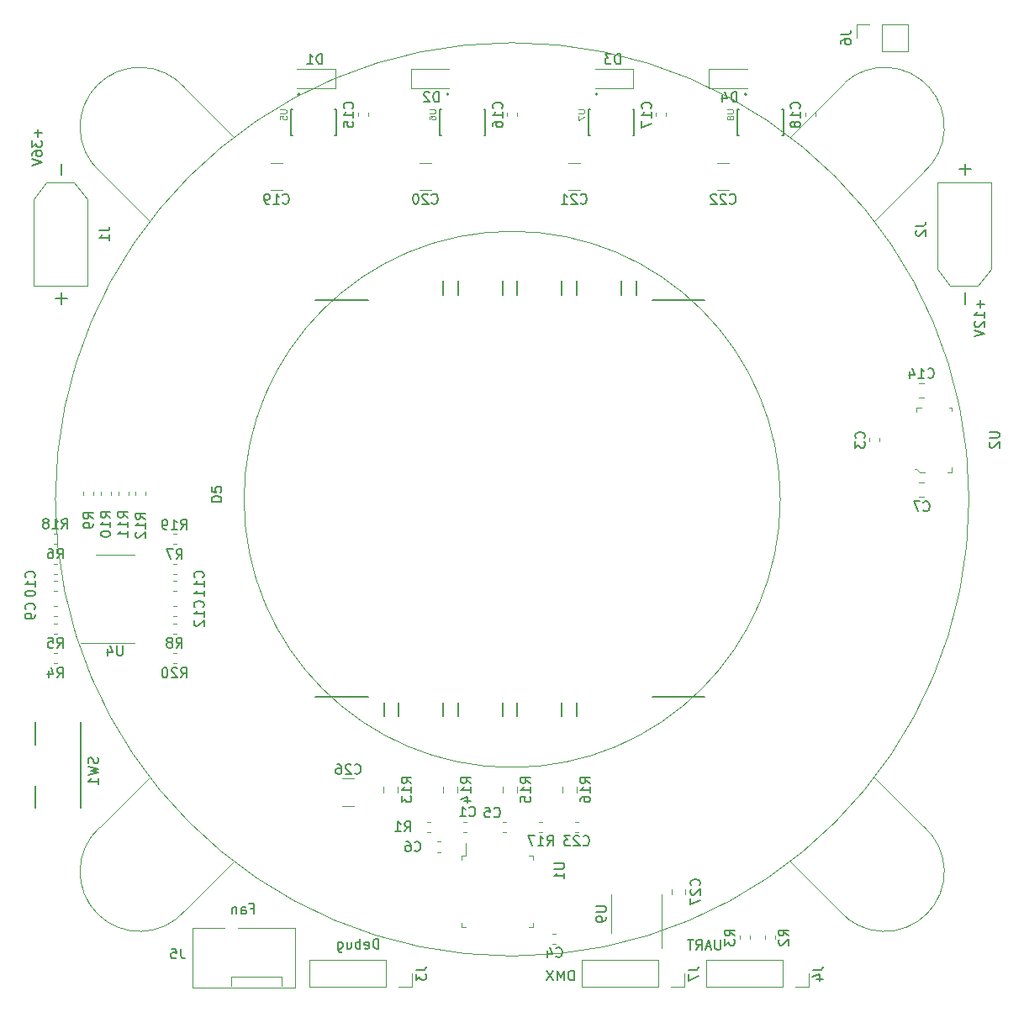
<source format=gbo>
G04 #@! TF.GenerationSoftware,KiCad,Pcbnew,(5.1.4)-1*
G04 #@! TF.CreationDate,2019-10-31T11:31:03+01:00*
G04 #@! TF.ProjectId,LED_Strahler,4c45445f-5374-4726-9168-6c65722e6b69,rev?*
G04 #@! TF.SameCoordinates,Original*
G04 #@! TF.FileFunction,Legend,Bot*
G04 #@! TF.FilePolarity,Positive*
%FSLAX46Y46*%
G04 Gerber Fmt 4.6, Leading zero omitted, Abs format (unit mm)*
G04 Created by KiCad (PCBNEW (5.1.4)-1) date 2019-10-31 11:31:03*
%MOMM*%
%LPD*%
G04 APERTURE LIST*
%ADD10C,0.150000*%
%ADD11C,0.120000*%
%ADD12C,0.200000*%
%ADD13C,0.127000*%
%ADD14C,0.100000*%
%ADD15C,0.050000*%
G04 APERTURE END LIST*
D10*
X170995238Y-144352380D02*
X170995238Y-145161904D01*
X170947619Y-145257142D01*
X170900000Y-145304761D01*
X170804761Y-145352380D01*
X170614285Y-145352380D01*
X170519047Y-145304761D01*
X170471428Y-145257142D01*
X170423809Y-145161904D01*
X170423809Y-144352380D01*
X169995238Y-145066666D02*
X169519047Y-145066666D01*
X170090476Y-145352380D02*
X169757142Y-144352380D01*
X169423809Y-145352380D01*
X168519047Y-145352380D02*
X168852380Y-144876190D01*
X169090476Y-145352380D02*
X169090476Y-144352380D01*
X168709523Y-144352380D01*
X168614285Y-144400000D01*
X168566666Y-144447619D01*
X168519047Y-144542857D01*
X168519047Y-144685714D01*
X168566666Y-144780952D01*
X168614285Y-144828571D01*
X168709523Y-144876190D01*
X169090476Y-144876190D01*
X168233333Y-144352380D02*
X167661904Y-144352380D01*
X167947619Y-145352380D02*
X167947619Y-144352380D01*
X156209523Y-148452380D02*
X156209523Y-147452380D01*
X155971428Y-147452380D01*
X155828571Y-147500000D01*
X155733333Y-147595238D01*
X155685714Y-147690476D01*
X155638095Y-147880952D01*
X155638095Y-148023809D01*
X155685714Y-148214285D01*
X155733333Y-148309523D01*
X155828571Y-148404761D01*
X155971428Y-148452380D01*
X156209523Y-148452380D01*
X155209523Y-148452380D02*
X155209523Y-147452380D01*
X154876190Y-148166666D01*
X154542857Y-147452380D01*
X154542857Y-148452380D01*
X154161904Y-147452380D02*
X153495238Y-148452380D01*
X153495238Y-147452380D02*
X154161904Y-148452380D01*
X123661904Y-141228571D02*
X123995238Y-141228571D01*
X123995238Y-141752380D02*
X123995238Y-140752380D01*
X123519047Y-140752380D01*
X122709523Y-141752380D02*
X122709523Y-141228571D01*
X122757142Y-141133333D01*
X122852380Y-141085714D01*
X123042857Y-141085714D01*
X123138095Y-141133333D01*
X122709523Y-141704761D02*
X122804761Y-141752380D01*
X123042857Y-141752380D01*
X123138095Y-141704761D01*
X123185714Y-141609523D01*
X123185714Y-141514285D01*
X123138095Y-141419047D01*
X123042857Y-141371428D01*
X122804761Y-141371428D01*
X122709523Y-141323809D01*
X122233333Y-141085714D02*
X122233333Y-141752380D01*
X122233333Y-141180952D02*
X122185714Y-141133333D01*
X122090476Y-141085714D01*
X121947619Y-141085714D01*
X121852380Y-141133333D01*
X121804761Y-141228571D01*
X121804761Y-141752380D01*
X136547619Y-145252380D02*
X136547619Y-144252380D01*
X136309523Y-144252380D01*
X136166666Y-144300000D01*
X136071428Y-144395238D01*
X136023809Y-144490476D01*
X135976190Y-144680952D01*
X135976190Y-144823809D01*
X136023809Y-145014285D01*
X136071428Y-145109523D01*
X136166666Y-145204761D01*
X136309523Y-145252380D01*
X136547619Y-145252380D01*
X135166666Y-145204761D02*
X135261904Y-145252380D01*
X135452380Y-145252380D01*
X135547619Y-145204761D01*
X135595238Y-145109523D01*
X135595238Y-144728571D01*
X135547619Y-144633333D01*
X135452380Y-144585714D01*
X135261904Y-144585714D01*
X135166666Y-144633333D01*
X135119047Y-144728571D01*
X135119047Y-144823809D01*
X135595238Y-144919047D01*
X134690476Y-145252380D02*
X134690476Y-144252380D01*
X134690476Y-144633333D02*
X134595238Y-144585714D01*
X134404761Y-144585714D01*
X134309523Y-144633333D01*
X134261904Y-144680952D01*
X134214285Y-144776190D01*
X134214285Y-145061904D01*
X134261904Y-145157142D01*
X134309523Y-145204761D01*
X134404761Y-145252380D01*
X134595238Y-145252380D01*
X134690476Y-145204761D01*
X133357142Y-144585714D02*
X133357142Y-145252380D01*
X133785714Y-144585714D02*
X133785714Y-145109523D01*
X133738095Y-145204761D01*
X133642857Y-145252380D01*
X133500000Y-145252380D01*
X133404761Y-145204761D01*
X133357142Y-145157142D01*
X132452380Y-144585714D02*
X132452380Y-145395238D01*
X132500000Y-145490476D01*
X132547619Y-145538095D01*
X132642857Y-145585714D01*
X132785714Y-145585714D01*
X132880952Y-145538095D01*
X132452380Y-145204761D02*
X132547619Y-145252380D01*
X132738095Y-145252380D01*
X132833333Y-145204761D01*
X132880952Y-145157142D01*
X132928571Y-145061904D01*
X132928571Y-144776190D01*
X132880952Y-144680952D01*
X132833333Y-144633333D01*
X132738095Y-144585714D01*
X132547619Y-144585714D01*
X132452380Y-144633333D01*
X197171428Y-79938095D02*
X197171428Y-80700000D01*
X197552380Y-80319047D02*
X196790476Y-80319047D01*
X197552380Y-81700000D02*
X197552380Y-81128571D01*
X197552380Y-81414285D02*
X196552380Y-81414285D01*
X196695238Y-81319047D01*
X196790476Y-81223809D01*
X196838095Y-81128571D01*
X196647619Y-82080952D02*
X196600000Y-82128571D01*
X196552380Y-82223809D01*
X196552380Y-82461904D01*
X196600000Y-82557142D01*
X196647619Y-82604761D01*
X196742857Y-82652380D01*
X196838095Y-82652380D01*
X196980952Y-82604761D01*
X197552380Y-82033333D01*
X197552380Y-82652380D01*
X196552380Y-82938095D02*
X197552380Y-83271428D01*
X196552380Y-83604761D01*
X102271428Y-62738095D02*
X102271428Y-63500000D01*
X102652380Y-63119047D02*
X101890476Y-63119047D01*
X101652380Y-63880952D02*
X101652380Y-64500000D01*
X102033333Y-64166666D01*
X102033333Y-64309523D01*
X102080952Y-64404761D01*
X102128571Y-64452380D01*
X102223809Y-64500000D01*
X102461904Y-64500000D01*
X102557142Y-64452380D01*
X102604761Y-64404761D01*
X102652380Y-64309523D01*
X102652380Y-64023809D01*
X102604761Y-63928571D01*
X102557142Y-63880952D01*
X101652380Y-65357142D02*
X101652380Y-65166666D01*
X101700000Y-65071428D01*
X101747619Y-65023809D01*
X101890476Y-64928571D01*
X102080952Y-64880952D01*
X102461904Y-64880952D01*
X102557142Y-64928571D01*
X102604761Y-64976190D01*
X102652380Y-65071428D01*
X102652380Y-65261904D01*
X102604761Y-65357142D01*
X102557142Y-65404761D01*
X102461904Y-65452380D01*
X102223809Y-65452380D01*
X102128571Y-65404761D01*
X102080952Y-65357142D01*
X102033333Y-65261904D01*
X102033333Y-65071428D01*
X102080952Y-64976190D01*
X102128571Y-64928571D01*
X102223809Y-64880952D01*
X101652380Y-65738095D02*
X102652380Y-66071428D01*
X101652380Y-66404761D01*
D11*
X196910000Y-78460000D02*
X194090000Y-78460000D01*
X194090000Y-78460000D02*
X192790000Y-76760000D01*
X196910000Y-78460000D02*
X198210000Y-76760000D01*
X192790000Y-76760000D02*
X192790000Y-68040000D01*
X198210000Y-68040000D02*
X192790000Y-68040000D01*
X198210000Y-76760000D02*
X198210000Y-68040000D01*
X103090000Y-68040000D02*
X105910000Y-68040000D01*
X105910000Y-68040000D02*
X107210000Y-69740000D01*
X103090000Y-68040000D02*
X101790000Y-69740000D01*
X107210000Y-69740000D02*
X107210000Y-78460000D01*
X101790000Y-78460000D02*
X107210000Y-78460000D01*
X101790000Y-69740000D02*
X101790000Y-78460000D01*
D12*
X128600000Y-59200000D02*
G75*
G03X128600000Y-59200000I-100000J0D01*
G01*
D13*
X132300000Y-63300000D02*
X132154000Y-63300000D01*
X132300000Y-60700000D02*
X132300000Y-63300000D01*
X132154000Y-60700000D02*
X132300000Y-60700000D01*
X127700000Y-60700000D02*
X127846000Y-60700000D01*
X127700000Y-63300000D02*
X127700000Y-60700000D01*
X127846000Y-63300000D02*
X127700000Y-63300000D01*
D11*
X134102064Y-130860000D02*
X132897936Y-130860000D01*
X134102064Y-128140000D02*
X132897936Y-128140000D01*
D12*
X169375910Y-79925000D02*
X164100000Y-79925000D01*
X164100000Y-119925000D02*
X169375910Y-119925000D01*
X155005000Y-121800000D02*
X155005000Y-120500000D01*
X130184080Y-119925000D02*
X135500000Y-119925000D01*
X144554997Y-120500000D02*
X144554997Y-121800000D01*
X137079997Y-120500000D02*
X137079997Y-121800000D01*
X143054997Y-121800000D02*
X143054997Y-120500000D01*
X150530000Y-120500000D02*
X150530000Y-121800000D01*
X149029998Y-121800000D02*
X149029998Y-120500000D01*
X138579996Y-120500000D02*
X138579996Y-121800000D01*
X135500000Y-79925000D02*
X130184080Y-79925000D01*
X156505000Y-120500000D02*
X156505000Y-121800000D01*
X149029998Y-79400000D02*
X149029998Y-78000000D01*
X160980000Y-79400000D02*
X160980000Y-78000000D01*
X162480000Y-79400000D02*
X162480000Y-78000000D01*
X156505000Y-78000000D02*
X156505000Y-79400000D01*
X150530000Y-78000000D02*
X150530000Y-79400000D01*
X155000000Y-79400000D02*
X155005000Y-78000000D01*
X143054997Y-79400000D02*
X143054997Y-78000000D01*
X144554997Y-78000000D02*
X144554997Y-79400000D01*
D11*
X167330000Y-149080000D02*
X167330000Y-147750000D01*
X166000000Y-149080000D02*
X167330000Y-149080000D01*
X164730000Y-149080000D02*
X164730000Y-146420000D01*
X164730000Y-146420000D02*
X157050000Y-146420000D01*
X164730000Y-149080000D02*
X157050000Y-149080000D01*
X157050000Y-149080000D02*
X157050000Y-146420000D01*
X183000001Y-141499999D02*
G75*
G03X191499999Y-133000001I4499999J3999999D01*
G01*
X191499999Y-66999999D02*
G75*
G03X183500001Y-58000001I-3999999J4499999D01*
G01*
X116999999Y-58500001D02*
G75*
G03X108500001Y-66999999I-4499999J-3999999D01*
G01*
X108500001Y-133000001D02*
G75*
G03X116999999Y-141499999I3999999J-4499999D01*
G01*
X108500000Y-133000000D02*
X113500000Y-128000000D01*
X117000000Y-141500000D02*
X122000000Y-136500000D01*
X108500000Y-67000000D02*
X113500000Y-72000000D01*
X117000000Y-58500000D02*
X122000000Y-63500000D01*
X191500000Y-67000000D02*
X186500000Y-72000000D01*
X183500000Y-58000000D02*
X178000000Y-63500000D01*
X183000000Y-141500000D02*
X178000000Y-136500000D01*
X191500000Y-133000000D02*
X186500000Y-128000000D01*
X177000000Y-100000000D02*
G75*
G03X177000000Y-100000000I-27000000J0D01*
G01*
X196000000Y-100000000D02*
G75*
G03X196000000Y-100000000I-46000000J0D01*
G01*
X110000000Y-114435000D02*
X106550000Y-114435000D01*
X110000000Y-114435000D02*
X111950000Y-114435000D01*
X110000000Y-105565000D02*
X108050000Y-105565000D01*
X110000000Y-105565000D02*
X111950000Y-105565000D01*
X165060000Y-141750000D02*
X165060000Y-145200000D01*
X165060000Y-141750000D02*
X165060000Y-139800000D01*
X159940000Y-141750000D02*
X159940000Y-143700000D01*
X159940000Y-141750000D02*
X159940000Y-139800000D01*
D10*
X101950000Y-124750000D02*
X101950000Y-122450000D01*
X101950000Y-131050000D02*
X101950000Y-128850000D01*
X106550000Y-131050000D02*
X106550000Y-122450000D01*
D11*
X167460000Y-139263748D02*
X167460000Y-139786252D01*
X166040000Y-139263748D02*
X166040000Y-139786252D01*
D12*
X173600000Y-59200000D02*
G75*
G03X173600000Y-59200000I-100000J0D01*
G01*
D13*
X177300000Y-63300000D02*
X177154000Y-63300000D01*
X177300000Y-60700000D02*
X177300000Y-63300000D01*
X177154000Y-60700000D02*
X177300000Y-60700000D01*
X172700000Y-60700000D02*
X172846000Y-60700000D01*
X172700000Y-63300000D02*
X172700000Y-60700000D01*
X172846000Y-63300000D02*
X172700000Y-63300000D01*
D12*
X158600000Y-59200000D02*
G75*
G03X158600000Y-59200000I-100000J0D01*
G01*
D13*
X162300000Y-63300000D02*
X162154000Y-63300000D01*
X162300000Y-60700000D02*
X162300000Y-63300000D01*
X162154000Y-60700000D02*
X162300000Y-60700000D01*
X157700000Y-60700000D02*
X157846000Y-60700000D01*
X157700000Y-63300000D02*
X157700000Y-60700000D01*
X157846000Y-63300000D02*
X157700000Y-63300000D01*
D12*
X143600000Y-59200000D02*
G75*
G03X143600000Y-59200000I-100000J0D01*
G01*
D13*
X147300000Y-63300000D02*
X147154000Y-63300000D01*
X147300000Y-60700000D02*
X147300000Y-63300000D01*
X147154000Y-60700000D02*
X147300000Y-60700000D01*
X142700000Y-60700000D02*
X142846000Y-60700000D01*
X142700000Y-63300000D02*
X142700000Y-60700000D01*
X142846000Y-63300000D02*
X142700000Y-63300000D01*
D14*
X194275000Y-90725000D02*
X193975000Y-90725000D01*
X194275000Y-91100000D02*
X194275000Y-90725000D01*
X194275000Y-97275000D02*
X193875000Y-97275000D01*
X194275000Y-96775000D02*
X194275000Y-97275000D01*
X190725000Y-90725000D02*
X190725000Y-91175000D01*
X191200000Y-90725000D02*
X190725000Y-90725000D01*
X190725000Y-96975000D02*
X190530000Y-96975000D01*
X191050000Y-97275000D02*
X190725000Y-96975000D01*
X191525000Y-97275000D02*
X191050000Y-97275000D01*
D11*
X145340000Y-135890000D02*
X145340000Y-134600000D01*
X144890000Y-135890000D02*
X145340000Y-135890000D01*
X144890000Y-136340000D02*
X144890000Y-135890000D01*
X144890000Y-143110000D02*
X145340000Y-143110000D01*
X144890000Y-142660000D02*
X144890000Y-143110000D01*
X152110000Y-135890000D02*
X151660000Y-135890000D01*
X152110000Y-136340000D02*
X152110000Y-135890000D01*
X152110000Y-143110000D02*
X151660000Y-143110000D01*
X152110000Y-142660000D02*
X152110000Y-143110000D01*
X116171267Y-116510000D02*
X115828733Y-116510000D01*
X116171267Y-115490000D02*
X115828733Y-115490000D01*
X116171267Y-104510000D02*
X115828733Y-104510000D01*
X116171267Y-103490000D02*
X115828733Y-103490000D01*
X103828733Y-103490000D02*
X104171267Y-103490000D01*
X103828733Y-104510000D02*
X104171267Y-104510000D01*
X152703733Y-132490000D02*
X153046267Y-132490000D01*
X152703733Y-133510000D02*
X153046267Y-133510000D01*
X155040000Y-129511252D02*
X155040000Y-128988748D01*
X156460000Y-129511252D02*
X156460000Y-128988748D01*
X149040000Y-129511252D02*
X149040000Y-128988748D01*
X150460000Y-129511252D02*
X150460000Y-128988748D01*
X143040000Y-129511252D02*
X143040000Y-128988748D01*
X144460000Y-129511252D02*
X144460000Y-128988748D01*
X137040000Y-129511252D02*
X137040000Y-128988748D01*
X138460000Y-129511252D02*
X138460000Y-128988748D01*
X112090000Y-99546267D02*
X112090000Y-99203733D01*
X113110000Y-99546267D02*
X113110000Y-99203733D01*
X110340000Y-99546267D02*
X110340000Y-99203733D01*
X111360000Y-99546267D02*
X111360000Y-99203733D01*
X108590000Y-99546267D02*
X108590000Y-99203733D01*
X109610000Y-99546267D02*
X109610000Y-99203733D01*
X106840000Y-99546267D02*
X106840000Y-99203733D01*
X107860000Y-99546267D02*
X107860000Y-99203733D01*
X116171267Y-113510000D02*
X115828733Y-113510000D01*
X116171267Y-112490000D02*
X115828733Y-112490000D01*
X116171267Y-107510000D02*
X115828733Y-107510000D01*
X116171267Y-106490000D02*
X115828733Y-106490000D01*
X103828733Y-106490000D02*
X104171267Y-106490000D01*
X103828733Y-107510000D02*
X104171267Y-107510000D01*
X103828733Y-112490000D02*
X104171267Y-112490000D01*
X103828733Y-113510000D02*
X104171267Y-113510000D01*
X103828733Y-115490000D02*
X104171267Y-115490000D01*
X103828733Y-116510000D02*
X104171267Y-116510000D01*
X173910000Y-143953733D02*
X173910000Y-144296267D01*
X172890000Y-143953733D02*
X172890000Y-144296267D01*
X175440000Y-144296267D02*
X175440000Y-143953733D01*
X176460000Y-144296267D02*
X176460000Y-143953733D01*
X141453733Y-132490000D02*
X141796267Y-132490000D01*
X141453733Y-133510000D02*
X141796267Y-133510000D01*
X184670000Y-52170000D02*
X184670000Y-53500000D01*
X186000000Y-52170000D02*
X184670000Y-52170000D01*
X187270000Y-52170000D02*
X187270000Y-54830000D01*
X187270000Y-54830000D02*
X189870000Y-54830000D01*
X187270000Y-52170000D02*
X189870000Y-52170000D01*
X189870000Y-52170000D02*
X189870000Y-54830000D01*
X121670000Y-148040000D02*
X121670000Y-149050000D01*
X126750000Y-148040000D02*
X121670000Y-148040000D01*
X126750000Y-149050000D02*
X126750000Y-148040000D01*
X128100000Y-149150000D02*
X128100000Y-143150000D01*
X117800000Y-149150000D02*
X128100000Y-149150000D01*
X117800000Y-143200000D02*
X117800000Y-149150000D01*
X121000000Y-143200000D02*
X117800000Y-143200000D01*
X128100000Y-143150000D02*
X122350000Y-143150000D01*
X179830000Y-149080000D02*
X179830000Y-147750000D01*
X178500000Y-149080000D02*
X179830000Y-149080000D01*
X177230000Y-149080000D02*
X177230000Y-146420000D01*
X177230000Y-146420000D02*
X169550000Y-146420000D01*
X177230000Y-149080000D02*
X169550000Y-149080000D01*
X169550000Y-149080000D02*
X169550000Y-146420000D01*
X139870000Y-149080000D02*
X139870000Y-147750000D01*
X138540000Y-149080000D02*
X139870000Y-149080000D01*
X137270000Y-149080000D02*
X137270000Y-146420000D01*
X137270000Y-146420000D02*
X129590000Y-146420000D01*
X137270000Y-149080000D02*
X129590000Y-149080000D01*
X129590000Y-149080000D02*
X129590000Y-146420000D01*
X169800000Y-58600000D02*
X173650000Y-58600000D01*
X169800000Y-56600000D02*
X173650000Y-56600000D01*
X169800000Y-58600000D02*
X169800000Y-56600000D01*
X162200000Y-56600000D02*
X158350000Y-56600000D01*
X162200000Y-58600000D02*
X158350000Y-58600000D01*
X162200000Y-56600000D02*
X162200000Y-58600000D01*
X139800000Y-58600000D02*
X143650000Y-58600000D01*
X139800000Y-56600000D02*
X143650000Y-56600000D01*
X139800000Y-58600000D02*
X139800000Y-56600000D01*
X132200000Y-56600000D02*
X128350000Y-56600000D01*
X132200000Y-58600000D02*
X128350000Y-58600000D01*
X132200000Y-56600000D02*
X132200000Y-58600000D01*
X156328733Y-132490000D02*
X156671267Y-132490000D01*
X156328733Y-133510000D02*
X156671267Y-133510000D01*
X170660436Y-66140000D02*
X171864564Y-66140000D01*
X170660436Y-68860000D02*
X171864564Y-68860000D01*
X155647936Y-66140000D02*
X156852064Y-66140000D01*
X155647936Y-68860000D02*
X156852064Y-68860000D01*
X140647936Y-66140000D02*
X141852064Y-66140000D01*
X140647936Y-68860000D02*
X141852064Y-68860000D01*
X125660436Y-66140000D02*
X126864564Y-66140000D01*
X125660436Y-68860000D02*
X126864564Y-68860000D01*
X180510000Y-61078733D02*
X180510000Y-61421267D01*
X179490000Y-61078733D02*
X179490000Y-61421267D01*
X165510000Y-61078733D02*
X165510000Y-61421267D01*
X164490000Y-61078733D02*
X164490000Y-61421267D01*
X150510000Y-61078733D02*
X150510000Y-61421267D01*
X149490000Y-61078733D02*
X149490000Y-61421267D01*
X135510000Y-61078733D02*
X135510000Y-61421267D01*
X134490000Y-61078733D02*
X134490000Y-61421267D01*
X191486252Y-89710000D02*
X190963748Y-89710000D01*
X191486252Y-88290000D02*
X190963748Y-88290000D01*
X115828733Y-110740000D02*
X116171267Y-110740000D01*
X115828733Y-111760000D02*
X116171267Y-111760000D01*
X115828733Y-108240000D02*
X116171267Y-108240000D01*
X115828733Y-109260000D02*
X116171267Y-109260000D01*
X104171267Y-109260000D02*
X103828733Y-109260000D01*
X104171267Y-108240000D02*
X103828733Y-108240000D01*
X104171267Y-111760000D02*
X103828733Y-111760000D01*
X104171267Y-110740000D02*
X103828733Y-110740000D01*
X191511252Y-99710000D02*
X190988748Y-99710000D01*
X191511252Y-98290000D02*
X190988748Y-98290000D01*
X142796267Y-135510000D02*
X142453733Y-135510000D01*
X142796267Y-134490000D02*
X142453733Y-134490000D01*
X149421267Y-133510000D02*
X149078733Y-133510000D01*
X149421267Y-132490000D02*
X149078733Y-132490000D01*
X154078733Y-143740000D02*
X154421267Y-143740000D01*
X154078733Y-144760000D02*
X154421267Y-144760000D01*
X187010000Y-93828733D02*
X187010000Y-94171267D01*
X185990000Y-93828733D02*
X185990000Y-94171267D01*
X145078733Y-132490000D02*
X145421267Y-132490000D01*
X145078733Y-133510000D02*
X145421267Y-133510000D01*
D10*
X190652380Y-72466666D02*
X191366666Y-72466666D01*
X191509523Y-72419047D01*
X191604761Y-72323809D01*
X191652380Y-72180952D01*
X191652380Y-72085714D01*
X190747619Y-72895238D02*
X190700000Y-72942857D01*
X190652380Y-73038095D01*
X190652380Y-73276190D01*
X190700000Y-73371428D01*
X190747619Y-73419047D01*
X190842857Y-73466666D01*
X190938095Y-73466666D01*
X191080952Y-73419047D01*
X191652380Y-72847619D01*
X191652380Y-73466666D01*
X195607142Y-79178571D02*
X195607142Y-80321428D01*
X195607142Y-66178571D02*
X195607142Y-67321428D01*
X196178571Y-66750000D02*
X195035714Y-66750000D01*
X108452380Y-72916666D02*
X109166666Y-72916666D01*
X109309523Y-72869047D01*
X109404761Y-72773809D01*
X109452380Y-72630952D01*
X109452380Y-72535714D01*
X109452380Y-73916666D02*
X109452380Y-73345238D01*
X109452380Y-73630952D02*
X108452380Y-73630952D01*
X108595238Y-73535714D01*
X108690476Y-73440476D01*
X108738095Y-73345238D01*
X104607142Y-66178571D02*
X104607142Y-67321428D01*
X104607142Y-79178571D02*
X104607142Y-80321428D01*
X105178571Y-79750000D02*
X104035714Y-79750000D01*
D15*
X126643123Y-60737980D02*
X127161219Y-60737980D01*
X127222171Y-60768457D01*
X127252647Y-60798933D01*
X127283123Y-60859885D01*
X127283123Y-60981790D01*
X127252647Y-61042742D01*
X127222171Y-61073219D01*
X127161219Y-61103695D01*
X126643123Y-61103695D01*
X126643123Y-61713219D02*
X126643123Y-61408457D01*
X126947885Y-61377980D01*
X126917409Y-61408457D01*
X126886933Y-61469409D01*
X126886933Y-61621790D01*
X126917409Y-61682742D01*
X126947885Y-61713219D01*
X127008838Y-61743695D01*
X127161219Y-61743695D01*
X127222171Y-61713219D01*
X127252647Y-61682742D01*
X127283123Y-61621790D01*
X127283123Y-61469409D01*
X127252647Y-61408457D01*
X127222171Y-61377980D01*
D10*
X134142857Y-127577142D02*
X134190476Y-127624761D01*
X134333333Y-127672380D01*
X134428571Y-127672380D01*
X134571428Y-127624761D01*
X134666666Y-127529523D01*
X134714285Y-127434285D01*
X134761904Y-127243809D01*
X134761904Y-127100952D01*
X134714285Y-126910476D01*
X134666666Y-126815238D01*
X134571428Y-126720000D01*
X134428571Y-126672380D01*
X134333333Y-126672380D01*
X134190476Y-126720000D01*
X134142857Y-126767619D01*
X133761904Y-126767619D02*
X133714285Y-126720000D01*
X133619047Y-126672380D01*
X133380952Y-126672380D01*
X133285714Y-126720000D01*
X133238095Y-126767619D01*
X133190476Y-126862857D01*
X133190476Y-126958095D01*
X133238095Y-127100952D01*
X133809523Y-127672380D01*
X133190476Y-127672380D01*
X132333333Y-126672380D02*
X132523809Y-126672380D01*
X132619047Y-126720000D01*
X132666666Y-126767619D01*
X132761904Y-126910476D01*
X132809523Y-127100952D01*
X132809523Y-127481904D01*
X132761904Y-127577142D01*
X132714285Y-127624761D01*
X132619047Y-127672380D01*
X132428571Y-127672380D01*
X132333333Y-127624761D01*
X132285714Y-127577142D01*
X132238095Y-127481904D01*
X132238095Y-127243809D01*
X132285714Y-127148571D01*
X132333333Y-127100952D01*
X132428571Y-127053333D01*
X132619047Y-127053333D01*
X132714285Y-127100952D01*
X132761904Y-127148571D01*
X132809523Y-127243809D01*
X120728380Y-100230095D02*
X119728380Y-100230095D01*
X119728380Y-99992000D01*
X119776000Y-99849142D01*
X119871238Y-99753904D01*
X119966476Y-99706285D01*
X120156952Y-99658666D01*
X120299809Y-99658666D01*
X120490285Y-99706285D01*
X120585523Y-99753904D01*
X120680761Y-99849142D01*
X120728380Y-99992000D01*
X120728380Y-100230095D01*
X119728380Y-98753904D02*
X119728380Y-99230095D01*
X120204571Y-99277714D01*
X120156952Y-99230095D01*
X120109333Y-99134857D01*
X120109333Y-98896761D01*
X120156952Y-98801523D01*
X120204571Y-98753904D01*
X120299809Y-98706285D01*
X120537904Y-98706285D01*
X120633142Y-98753904D01*
X120680761Y-98801523D01*
X120728380Y-98896761D01*
X120728380Y-99134857D01*
X120680761Y-99230095D01*
X120633142Y-99277714D01*
X167782380Y-147416666D02*
X168496666Y-147416666D01*
X168639523Y-147369047D01*
X168734761Y-147273809D01*
X168782380Y-147130952D01*
X168782380Y-147035714D01*
X167782380Y-147797619D02*
X167782380Y-148464285D01*
X168782380Y-148035714D01*
X110761904Y-114732380D02*
X110761904Y-115541904D01*
X110714285Y-115637142D01*
X110666666Y-115684761D01*
X110571428Y-115732380D01*
X110380952Y-115732380D01*
X110285714Y-115684761D01*
X110238095Y-115637142D01*
X110190476Y-115541904D01*
X110190476Y-114732380D01*
X109285714Y-115065714D02*
X109285714Y-115732380D01*
X109523809Y-114684761D02*
X109761904Y-115399047D01*
X109142857Y-115399047D01*
X158452380Y-140988095D02*
X159261904Y-140988095D01*
X159357142Y-141035714D01*
X159404761Y-141083333D01*
X159452380Y-141178571D01*
X159452380Y-141369047D01*
X159404761Y-141464285D01*
X159357142Y-141511904D01*
X159261904Y-141559523D01*
X158452380Y-141559523D01*
X159452380Y-142083333D02*
X159452380Y-142273809D01*
X159404761Y-142369047D01*
X159357142Y-142416666D01*
X159214285Y-142511904D01*
X159023809Y-142559523D01*
X158642857Y-142559523D01*
X158547619Y-142511904D01*
X158500000Y-142464285D01*
X158452380Y-142369047D01*
X158452380Y-142178571D01*
X158500000Y-142083333D01*
X158547619Y-142035714D01*
X158642857Y-141988095D01*
X158880952Y-141988095D01*
X158976190Y-142035714D01*
X159023809Y-142083333D01*
X159071428Y-142178571D01*
X159071428Y-142369047D01*
X159023809Y-142464285D01*
X158976190Y-142511904D01*
X158880952Y-142559523D01*
X108254761Y-126016666D02*
X108302380Y-126159523D01*
X108302380Y-126397619D01*
X108254761Y-126492857D01*
X108207142Y-126540476D01*
X108111904Y-126588095D01*
X108016666Y-126588095D01*
X107921428Y-126540476D01*
X107873809Y-126492857D01*
X107826190Y-126397619D01*
X107778571Y-126207142D01*
X107730952Y-126111904D01*
X107683333Y-126064285D01*
X107588095Y-126016666D01*
X107492857Y-126016666D01*
X107397619Y-126064285D01*
X107350000Y-126111904D01*
X107302380Y-126207142D01*
X107302380Y-126445238D01*
X107350000Y-126588095D01*
X107302380Y-126921428D02*
X108302380Y-127159523D01*
X107588095Y-127350000D01*
X108302380Y-127540476D01*
X107302380Y-127778571D01*
X108302380Y-128683333D02*
X108302380Y-128111904D01*
X108302380Y-128397619D02*
X107302380Y-128397619D01*
X107445238Y-128302380D01*
X107540476Y-128207142D01*
X107588095Y-128111904D01*
X168857142Y-138882142D02*
X168904761Y-138834523D01*
X168952380Y-138691666D01*
X168952380Y-138596428D01*
X168904761Y-138453571D01*
X168809523Y-138358333D01*
X168714285Y-138310714D01*
X168523809Y-138263095D01*
X168380952Y-138263095D01*
X168190476Y-138310714D01*
X168095238Y-138358333D01*
X168000000Y-138453571D01*
X167952380Y-138596428D01*
X167952380Y-138691666D01*
X168000000Y-138834523D01*
X168047619Y-138882142D01*
X168047619Y-139263095D02*
X168000000Y-139310714D01*
X167952380Y-139405952D01*
X167952380Y-139644047D01*
X168000000Y-139739285D01*
X168047619Y-139786904D01*
X168142857Y-139834523D01*
X168238095Y-139834523D01*
X168380952Y-139786904D01*
X168952380Y-139215476D01*
X168952380Y-139834523D01*
X167952380Y-140167857D02*
X167952380Y-140834523D01*
X168952380Y-140405952D01*
D15*
X171643123Y-60737980D02*
X172161219Y-60737980D01*
X172222171Y-60768457D01*
X172252647Y-60798933D01*
X172283123Y-60859885D01*
X172283123Y-60981790D01*
X172252647Y-61042742D01*
X172222171Y-61073219D01*
X172161219Y-61103695D01*
X171643123Y-61103695D01*
X171917409Y-61499885D02*
X171886933Y-61438933D01*
X171856457Y-61408457D01*
X171795504Y-61377980D01*
X171765028Y-61377980D01*
X171704076Y-61408457D01*
X171673600Y-61438933D01*
X171643123Y-61499885D01*
X171643123Y-61621790D01*
X171673600Y-61682742D01*
X171704076Y-61713219D01*
X171765028Y-61743695D01*
X171795504Y-61743695D01*
X171856457Y-61713219D01*
X171886933Y-61682742D01*
X171917409Y-61621790D01*
X171917409Y-61499885D01*
X171947885Y-61438933D01*
X171978361Y-61408457D01*
X172039314Y-61377980D01*
X172161219Y-61377980D01*
X172222171Y-61408457D01*
X172252647Y-61438933D01*
X172283123Y-61499885D01*
X172283123Y-61621790D01*
X172252647Y-61682742D01*
X172222171Y-61713219D01*
X172161219Y-61743695D01*
X172039314Y-61743695D01*
X171978361Y-61713219D01*
X171947885Y-61682742D01*
X171917409Y-61621790D01*
X156643123Y-60737980D02*
X157161219Y-60737980D01*
X157222171Y-60768457D01*
X157252647Y-60798933D01*
X157283123Y-60859885D01*
X157283123Y-60981790D01*
X157252647Y-61042742D01*
X157222171Y-61073219D01*
X157161219Y-61103695D01*
X156643123Y-61103695D01*
X156643123Y-61347504D02*
X156643123Y-61774171D01*
X157283123Y-61499885D01*
X141643123Y-60737980D02*
X142161219Y-60737980D01*
X142222171Y-60768457D01*
X142252647Y-60798933D01*
X142283123Y-60859885D01*
X142283123Y-60981790D01*
X142252647Y-61042742D01*
X142222171Y-61073219D01*
X142161219Y-61103695D01*
X141643123Y-61103695D01*
X141643123Y-61682742D02*
X141643123Y-61560838D01*
X141673600Y-61499885D01*
X141704076Y-61469409D01*
X141795504Y-61408457D01*
X141917409Y-61377980D01*
X142161219Y-61377980D01*
X142222171Y-61408457D01*
X142252647Y-61438933D01*
X142283123Y-61499885D01*
X142283123Y-61621790D01*
X142252647Y-61682742D01*
X142222171Y-61713219D01*
X142161219Y-61743695D01*
X142008838Y-61743695D01*
X141947885Y-61713219D01*
X141917409Y-61682742D01*
X141886933Y-61621790D01*
X141886933Y-61499885D01*
X141917409Y-61438933D01*
X141947885Y-61408457D01*
X142008838Y-61377980D01*
D10*
X198052380Y-93238095D02*
X198861904Y-93238095D01*
X198957142Y-93285714D01*
X199004761Y-93333333D01*
X199052380Y-93428571D01*
X199052380Y-93619047D01*
X199004761Y-93714285D01*
X198957142Y-93761904D01*
X198861904Y-93809523D01*
X198052380Y-93809523D01*
X198147619Y-94238095D02*
X198100000Y-94285714D01*
X198052380Y-94380952D01*
X198052380Y-94619047D01*
X198100000Y-94714285D01*
X198147619Y-94761904D01*
X198242857Y-94809523D01*
X198338095Y-94809523D01*
X198480952Y-94761904D01*
X199052380Y-94190476D01*
X199052380Y-94809523D01*
X154252380Y-136638095D02*
X155061904Y-136638095D01*
X155157142Y-136685714D01*
X155204761Y-136733333D01*
X155252380Y-136828571D01*
X155252380Y-137019047D01*
X155204761Y-137114285D01*
X155157142Y-137161904D01*
X155061904Y-137209523D01*
X154252380Y-137209523D01*
X155252380Y-138209523D02*
X155252380Y-137638095D01*
X155252380Y-137923809D02*
X154252380Y-137923809D01*
X154395238Y-137828571D01*
X154490476Y-137733333D01*
X154538095Y-137638095D01*
X116642857Y-117952380D02*
X116976190Y-117476190D01*
X117214285Y-117952380D02*
X117214285Y-116952380D01*
X116833333Y-116952380D01*
X116738095Y-117000000D01*
X116690476Y-117047619D01*
X116642857Y-117142857D01*
X116642857Y-117285714D01*
X116690476Y-117380952D01*
X116738095Y-117428571D01*
X116833333Y-117476190D01*
X117214285Y-117476190D01*
X116261904Y-117047619D02*
X116214285Y-117000000D01*
X116119047Y-116952380D01*
X115880952Y-116952380D01*
X115785714Y-117000000D01*
X115738095Y-117047619D01*
X115690476Y-117142857D01*
X115690476Y-117238095D01*
X115738095Y-117380952D01*
X116309523Y-117952380D01*
X115690476Y-117952380D01*
X115071428Y-116952380D02*
X114976190Y-116952380D01*
X114880952Y-117000000D01*
X114833333Y-117047619D01*
X114785714Y-117142857D01*
X114738095Y-117333333D01*
X114738095Y-117571428D01*
X114785714Y-117761904D01*
X114833333Y-117857142D01*
X114880952Y-117904761D01*
X114976190Y-117952380D01*
X115071428Y-117952380D01*
X115166666Y-117904761D01*
X115214285Y-117857142D01*
X115261904Y-117761904D01*
X115309523Y-117571428D01*
X115309523Y-117333333D01*
X115261904Y-117142857D01*
X115214285Y-117047619D01*
X115166666Y-117000000D01*
X115071428Y-116952380D01*
X116642857Y-103022380D02*
X116976190Y-102546190D01*
X117214285Y-103022380D02*
X117214285Y-102022380D01*
X116833333Y-102022380D01*
X116738095Y-102070000D01*
X116690476Y-102117619D01*
X116642857Y-102212857D01*
X116642857Y-102355714D01*
X116690476Y-102450952D01*
X116738095Y-102498571D01*
X116833333Y-102546190D01*
X117214285Y-102546190D01*
X115690476Y-103022380D02*
X116261904Y-103022380D01*
X115976190Y-103022380D02*
X115976190Y-102022380D01*
X116071428Y-102165238D01*
X116166666Y-102260476D01*
X116261904Y-102308095D01*
X115214285Y-103022380D02*
X115023809Y-103022380D01*
X114928571Y-102974761D01*
X114880952Y-102927142D01*
X114785714Y-102784285D01*
X114738095Y-102593809D01*
X114738095Y-102212857D01*
X114785714Y-102117619D01*
X114833333Y-102070000D01*
X114928571Y-102022380D01*
X115119047Y-102022380D01*
X115214285Y-102070000D01*
X115261904Y-102117619D01*
X115309523Y-102212857D01*
X115309523Y-102450952D01*
X115261904Y-102546190D01*
X115214285Y-102593809D01*
X115119047Y-102641428D01*
X114928571Y-102641428D01*
X114833333Y-102593809D01*
X114785714Y-102546190D01*
X114738095Y-102450952D01*
X104642857Y-102952380D02*
X104976190Y-102476190D01*
X105214285Y-102952380D02*
X105214285Y-101952380D01*
X104833333Y-101952380D01*
X104738095Y-102000000D01*
X104690476Y-102047619D01*
X104642857Y-102142857D01*
X104642857Y-102285714D01*
X104690476Y-102380952D01*
X104738095Y-102428571D01*
X104833333Y-102476190D01*
X105214285Y-102476190D01*
X103690476Y-102952380D02*
X104261904Y-102952380D01*
X103976190Y-102952380D02*
X103976190Y-101952380D01*
X104071428Y-102095238D01*
X104166666Y-102190476D01*
X104261904Y-102238095D01*
X103119047Y-102380952D02*
X103214285Y-102333333D01*
X103261904Y-102285714D01*
X103309523Y-102190476D01*
X103309523Y-102142857D01*
X103261904Y-102047619D01*
X103214285Y-102000000D01*
X103119047Y-101952380D01*
X102928571Y-101952380D01*
X102833333Y-102000000D01*
X102785714Y-102047619D01*
X102738095Y-102142857D01*
X102738095Y-102190476D01*
X102785714Y-102285714D01*
X102833333Y-102333333D01*
X102928571Y-102380952D01*
X103119047Y-102380952D01*
X103214285Y-102428571D01*
X103261904Y-102476190D01*
X103309523Y-102571428D01*
X103309523Y-102761904D01*
X103261904Y-102857142D01*
X103214285Y-102904761D01*
X103119047Y-102952380D01*
X102928571Y-102952380D01*
X102833333Y-102904761D01*
X102785714Y-102857142D01*
X102738095Y-102761904D01*
X102738095Y-102571428D01*
X102785714Y-102476190D01*
X102833333Y-102428571D01*
X102928571Y-102380952D01*
X153517857Y-134882380D02*
X153851190Y-134406190D01*
X154089285Y-134882380D02*
X154089285Y-133882380D01*
X153708333Y-133882380D01*
X153613095Y-133930000D01*
X153565476Y-133977619D01*
X153517857Y-134072857D01*
X153517857Y-134215714D01*
X153565476Y-134310952D01*
X153613095Y-134358571D01*
X153708333Y-134406190D01*
X154089285Y-134406190D01*
X152565476Y-134882380D02*
X153136904Y-134882380D01*
X152851190Y-134882380D02*
X152851190Y-133882380D01*
X152946428Y-134025238D01*
X153041666Y-134120476D01*
X153136904Y-134168095D01*
X152232142Y-133882380D02*
X151565476Y-133882380D01*
X151994047Y-134882380D01*
X157852380Y-128607142D02*
X157376190Y-128273809D01*
X157852380Y-128035714D02*
X156852380Y-128035714D01*
X156852380Y-128416666D01*
X156900000Y-128511904D01*
X156947619Y-128559523D01*
X157042857Y-128607142D01*
X157185714Y-128607142D01*
X157280952Y-128559523D01*
X157328571Y-128511904D01*
X157376190Y-128416666D01*
X157376190Y-128035714D01*
X157852380Y-129559523D02*
X157852380Y-128988095D01*
X157852380Y-129273809D02*
X156852380Y-129273809D01*
X156995238Y-129178571D01*
X157090476Y-129083333D01*
X157138095Y-128988095D01*
X156852380Y-130416666D02*
X156852380Y-130226190D01*
X156900000Y-130130952D01*
X156947619Y-130083333D01*
X157090476Y-129988095D01*
X157280952Y-129940476D01*
X157661904Y-129940476D01*
X157757142Y-129988095D01*
X157804761Y-130035714D01*
X157852380Y-130130952D01*
X157852380Y-130321428D01*
X157804761Y-130416666D01*
X157757142Y-130464285D01*
X157661904Y-130511904D01*
X157423809Y-130511904D01*
X157328571Y-130464285D01*
X157280952Y-130416666D01*
X157233333Y-130321428D01*
X157233333Y-130130952D01*
X157280952Y-130035714D01*
X157328571Y-129988095D01*
X157423809Y-129940476D01*
X151852380Y-128607142D02*
X151376190Y-128273809D01*
X151852380Y-128035714D02*
X150852380Y-128035714D01*
X150852380Y-128416666D01*
X150900000Y-128511904D01*
X150947619Y-128559523D01*
X151042857Y-128607142D01*
X151185714Y-128607142D01*
X151280952Y-128559523D01*
X151328571Y-128511904D01*
X151376190Y-128416666D01*
X151376190Y-128035714D01*
X151852380Y-129559523D02*
X151852380Y-128988095D01*
X151852380Y-129273809D02*
X150852380Y-129273809D01*
X150995238Y-129178571D01*
X151090476Y-129083333D01*
X151138095Y-128988095D01*
X150852380Y-130464285D02*
X150852380Y-129988095D01*
X151328571Y-129940476D01*
X151280952Y-129988095D01*
X151233333Y-130083333D01*
X151233333Y-130321428D01*
X151280952Y-130416666D01*
X151328571Y-130464285D01*
X151423809Y-130511904D01*
X151661904Y-130511904D01*
X151757142Y-130464285D01*
X151804761Y-130416666D01*
X151852380Y-130321428D01*
X151852380Y-130083333D01*
X151804761Y-129988095D01*
X151757142Y-129940476D01*
X145852380Y-128607142D02*
X145376190Y-128273809D01*
X145852380Y-128035714D02*
X144852380Y-128035714D01*
X144852380Y-128416666D01*
X144900000Y-128511904D01*
X144947619Y-128559523D01*
X145042857Y-128607142D01*
X145185714Y-128607142D01*
X145280952Y-128559523D01*
X145328571Y-128511904D01*
X145376190Y-128416666D01*
X145376190Y-128035714D01*
X145852380Y-129559523D02*
X145852380Y-128988095D01*
X145852380Y-129273809D02*
X144852380Y-129273809D01*
X144995238Y-129178571D01*
X145090476Y-129083333D01*
X145138095Y-128988095D01*
X145185714Y-130416666D02*
X145852380Y-130416666D01*
X144804761Y-130178571D02*
X145519047Y-129940476D01*
X145519047Y-130559523D01*
X139852380Y-128607142D02*
X139376190Y-128273809D01*
X139852380Y-128035714D02*
X138852380Y-128035714D01*
X138852380Y-128416666D01*
X138900000Y-128511904D01*
X138947619Y-128559523D01*
X139042857Y-128607142D01*
X139185714Y-128607142D01*
X139280952Y-128559523D01*
X139328571Y-128511904D01*
X139376190Y-128416666D01*
X139376190Y-128035714D01*
X139852380Y-129559523D02*
X139852380Y-128988095D01*
X139852380Y-129273809D02*
X138852380Y-129273809D01*
X138995238Y-129178571D01*
X139090476Y-129083333D01*
X139138095Y-128988095D01*
X138852380Y-129892857D02*
X138852380Y-130511904D01*
X139233333Y-130178571D01*
X139233333Y-130321428D01*
X139280952Y-130416666D01*
X139328571Y-130464285D01*
X139423809Y-130511904D01*
X139661904Y-130511904D01*
X139757142Y-130464285D01*
X139804761Y-130416666D01*
X139852380Y-130321428D01*
X139852380Y-130035714D01*
X139804761Y-129940476D01*
X139757142Y-129892857D01*
X113052380Y-101982142D02*
X112576190Y-101648809D01*
X113052380Y-101410714D02*
X112052380Y-101410714D01*
X112052380Y-101791666D01*
X112100000Y-101886904D01*
X112147619Y-101934523D01*
X112242857Y-101982142D01*
X112385714Y-101982142D01*
X112480952Y-101934523D01*
X112528571Y-101886904D01*
X112576190Y-101791666D01*
X112576190Y-101410714D01*
X113052380Y-102934523D02*
X113052380Y-102363095D01*
X113052380Y-102648809D02*
X112052380Y-102648809D01*
X112195238Y-102553571D01*
X112290476Y-102458333D01*
X112338095Y-102363095D01*
X112147619Y-103315476D02*
X112100000Y-103363095D01*
X112052380Y-103458333D01*
X112052380Y-103696428D01*
X112100000Y-103791666D01*
X112147619Y-103839285D01*
X112242857Y-103886904D01*
X112338095Y-103886904D01*
X112480952Y-103839285D01*
X113052380Y-103267857D01*
X113052380Y-103886904D01*
X111302380Y-101857142D02*
X110826190Y-101523809D01*
X111302380Y-101285714D02*
X110302380Y-101285714D01*
X110302380Y-101666666D01*
X110350000Y-101761904D01*
X110397619Y-101809523D01*
X110492857Y-101857142D01*
X110635714Y-101857142D01*
X110730952Y-101809523D01*
X110778571Y-101761904D01*
X110826190Y-101666666D01*
X110826190Y-101285714D01*
X111302380Y-102809523D02*
X111302380Y-102238095D01*
X111302380Y-102523809D02*
X110302380Y-102523809D01*
X110445238Y-102428571D01*
X110540476Y-102333333D01*
X110588095Y-102238095D01*
X111302380Y-103761904D02*
X111302380Y-103190476D01*
X111302380Y-103476190D02*
X110302380Y-103476190D01*
X110445238Y-103380952D01*
X110540476Y-103285714D01*
X110588095Y-103190476D01*
X109552380Y-101857142D02*
X109076190Y-101523809D01*
X109552380Y-101285714D02*
X108552380Y-101285714D01*
X108552380Y-101666666D01*
X108600000Y-101761904D01*
X108647619Y-101809523D01*
X108742857Y-101857142D01*
X108885714Y-101857142D01*
X108980952Y-101809523D01*
X109028571Y-101761904D01*
X109076190Y-101666666D01*
X109076190Y-101285714D01*
X109552380Y-102809523D02*
X109552380Y-102238095D01*
X109552380Y-102523809D02*
X108552380Y-102523809D01*
X108695238Y-102428571D01*
X108790476Y-102333333D01*
X108838095Y-102238095D01*
X108552380Y-103428571D02*
X108552380Y-103523809D01*
X108600000Y-103619047D01*
X108647619Y-103666666D01*
X108742857Y-103714285D01*
X108933333Y-103761904D01*
X109171428Y-103761904D01*
X109361904Y-103714285D01*
X109457142Y-103666666D01*
X109504761Y-103619047D01*
X109552380Y-103523809D01*
X109552380Y-103428571D01*
X109504761Y-103333333D01*
X109457142Y-103285714D01*
X109361904Y-103238095D01*
X109171428Y-103190476D01*
X108933333Y-103190476D01*
X108742857Y-103238095D01*
X108647619Y-103285714D01*
X108600000Y-103333333D01*
X108552380Y-103428571D01*
X107802380Y-101958333D02*
X107326190Y-101625000D01*
X107802380Y-101386904D02*
X106802380Y-101386904D01*
X106802380Y-101767857D01*
X106850000Y-101863095D01*
X106897619Y-101910714D01*
X106992857Y-101958333D01*
X107135714Y-101958333D01*
X107230952Y-101910714D01*
X107278571Y-101863095D01*
X107326190Y-101767857D01*
X107326190Y-101386904D01*
X107802380Y-102434523D02*
X107802380Y-102625000D01*
X107754761Y-102720238D01*
X107707142Y-102767857D01*
X107564285Y-102863095D01*
X107373809Y-102910714D01*
X106992857Y-102910714D01*
X106897619Y-102863095D01*
X106850000Y-102815476D01*
X106802380Y-102720238D01*
X106802380Y-102529761D01*
X106850000Y-102434523D01*
X106897619Y-102386904D01*
X106992857Y-102339285D01*
X107230952Y-102339285D01*
X107326190Y-102386904D01*
X107373809Y-102434523D01*
X107421428Y-102529761D01*
X107421428Y-102720238D01*
X107373809Y-102815476D01*
X107326190Y-102863095D01*
X107230952Y-102910714D01*
X116166666Y-114952380D02*
X116500000Y-114476190D01*
X116738095Y-114952380D02*
X116738095Y-113952380D01*
X116357142Y-113952380D01*
X116261904Y-114000000D01*
X116214285Y-114047619D01*
X116166666Y-114142857D01*
X116166666Y-114285714D01*
X116214285Y-114380952D01*
X116261904Y-114428571D01*
X116357142Y-114476190D01*
X116738095Y-114476190D01*
X115595238Y-114380952D02*
X115690476Y-114333333D01*
X115738095Y-114285714D01*
X115785714Y-114190476D01*
X115785714Y-114142857D01*
X115738095Y-114047619D01*
X115690476Y-114000000D01*
X115595238Y-113952380D01*
X115404761Y-113952380D01*
X115309523Y-114000000D01*
X115261904Y-114047619D01*
X115214285Y-114142857D01*
X115214285Y-114190476D01*
X115261904Y-114285714D01*
X115309523Y-114333333D01*
X115404761Y-114380952D01*
X115595238Y-114380952D01*
X115690476Y-114428571D01*
X115738095Y-114476190D01*
X115785714Y-114571428D01*
X115785714Y-114761904D01*
X115738095Y-114857142D01*
X115690476Y-114904761D01*
X115595238Y-114952380D01*
X115404761Y-114952380D01*
X115309523Y-114904761D01*
X115261904Y-114857142D01*
X115214285Y-114761904D01*
X115214285Y-114571428D01*
X115261904Y-114476190D01*
X115309523Y-114428571D01*
X115404761Y-114380952D01*
X116166666Y-106022380D02*
X116500000Y-105546190D01*
X116738095Y-106022380D02*
X116738095Y-105022380D01*
X116357142Y-105022380D01*
X116261904Y-105070000D01*
X116214285Y-105117619D01*
X116166666Y-105212857D01*
X116166666Y-105355714D01*
X116214285Y-105450952D01*
X116261904Y-105498571D01*
X116357142Y-105546190D01*
X116738095Y-105546190D01*
X115833333Y-105022380D02*
X115166666Y-105022380D01*
X115595238Y-106022380D01*
X104166666Y-105952380D02*
X104500000Y-105476190D01*
X104738095Y-105952380D02*
X104738095Y-104952380D01*
X104357142Y-104952380D01*
X104261904Y-105000000D01*
X104214285Y-105047619D01*
X104166666Y-105142857D01*
X104166666Y-105285714D01*
X104214285Y-105380952D01*
X104261904Y-105428571D01*
X104357142Y-105476190D01*
X104738095Y-105476190D01*
X103309523Y-104952380D02*
X103500000Y-104952380D01*
X103595238Y-105000000D01*
X103642857Y-105047619D01*
X103738095Y-105190476D01*
X103785714Y-105380952D01*
X103785714Y-105761904D01*
X103738095Y-105857142D01*
X103690476Y-105904761D01*
X103595238Y-105952380D01*
X103404761Y-105952380D01*
X103309523Y-105904761D01*
X103261904Y-105857142D01*
X103214285Y-105761904D01*
X103214285Y-105523809D01*
X103261904Y-105428571D01*
X103309523Y-105380952D01*
X103404761Y-105333333D01*
X103595238Y-105333333D01*
X103690476Y-105380952D01*
X103738095Y-105428571D01*
X103785714Y-105523809D01*
X104166666Y-114952380D02*
X104500000Y-114476190D01*
X104738095Y-114952380D02*
X104738095Y-113952380D01*
X104357142Y-113952380D01*
X104261904Y-114000000D01*
X104214285Y-114047619D01*
X104166666Y-114142857D01*
X104166666Y-114285714D01*
X104214285Y-114380952D01*
X104261904Y-114428571D01*
X104357142Y-114476190D01*
X104738095Y-114476190D01*
X103261904Y-113952380D02*
X103738095Y-113952380D01*
X103785714Y-114428571D01*
X103738095Y-114380952D01*
X103642857Y-114333333D01*
X103404761Y-114333333D01*
X103309523Y-114380952D01*
X103261904Y-114428571D01*
X103214285Y-114523809D01*
X103214285Y-114761904D01*
X103261904Y-114857142D01*
X103309523Y-114904761D01*
X103404761Y-114952380D01*
X103642857Y-114952380D01*
X103738095Y-114904761D01*
X103785714Y-114857142D01*
X104166666Y-117952380D02*
X104500000Y-117476190D01*
X104738095Y-117952380D02*
X104738095Y-116952380D01*
X104357142Y-116952380D01*
X104261904Y-117000000D01*
X104214285Y-117047619D01*
X104166666Y-117142857D01*
X104166666Y-117285714D01*
X104214285Y-117380952D01*
X104261904Y-117428571D01*
X104357142Y-117476190D01*
X104738095Y-117476190D01*
X103309523Y-117285714D02*
X103309523Y-117952380D01*
X103547619Y-116904761D02*
X103785714Y-117619047D01*
X103166666Y-117619047D01*
X172422380Y-143958333D02*
X171946190Y-143625000D01*
X172422380Y-143386904D02*
X171422380Y-143386904D01*
X171422380Y-143767857D01*
X171470000Y-143863095D01*
X171517619Y-143910714D01*
X171612857Y-143958333D01*
X171755714Y-143958333D01*
X171850952Y-143910714D01*
X171898571Y-143863095D01*
X171946190Y-143767857D01*
X171946190Y-143386904D01*
X171422380Y-144291666D02*
X171422380Y-144910714D01*
X171803333Y-144577380D01*
X171803333Y-144720238D01*
X171850952Y-144815476D01*
X171898571Y-144863095D01*
X171993809Y-144910714D01*
X172231904Y-144910714D01*
X172327142Y-144863095D01*
X172374761Y-144815476D01*
X172422380Y-144720238D01*
X172422380Y-144434523D01*
X172374761Y-144339285D01*
X172327142Y-144291666D01*
X177832380Y-143958333D02*
X177356190Y-143625000D01*
X177832380Y-143386904D02*
X176832380Y-143386904D01*
X176832380Y-143767857D01*
X176880000Y-143863095D01*
X176927619Y-143910714D01*
X177022857Y-143958333D01*
X177165714Y-143958333D01*
X177260952Y-143910714D01*
X177308571Y-143863095D01*
X177356190Y-143767857D01*
X177356190Y-143386904D01*
X176927619Y-144339285D02*
X176880000Y-144386904D01*
X176832380Y-144482142D01*
X176832380Y-144720238D01*
X176880000Y-144815476D01*
X176927619Y-144863095D01*
X177022857Y-144910714D01*
X177118095Y-144910714D01*
X177260952Y-144863095D01*
X177832380Y-144291666D01*
X177832380Y-144910714D01*
X139166666Y-133452380D02*
X139500000Y-132976190D01*
X139738095Y-133452380D02*
X139738095Y-132452380D01*
X139357142Y-132452380D01*
X139261904Y-132500000D01*
X139214285Y-132547619D01*
X139166666Y-132642857D01*
X139166666Y-132785714D01*
X139214285Y-132880952D01*
X139261904Y-132928571D01*
X139357142Y-132976190D01*
X139738095Y-132976190D01*
X138214285Y-133452380D02*
X138785714Y-133452380D01*
X138500000Y-133452380D02*
X138500000Y-132452380D01*
X138595238Y-132595238D01*
X138690476Y-132690476D01*
X138785714Y-132738095D01*
X183122380Y-53166666D02*
X183836666Y-53166666D01*
X183979523Y-53119047D01*
X184074761Y-53023809D01*
X184122380Y-52880952D01*
X184122380Y-52785714D01*
X183122380Y-54071428D02*
X183122380Y-53880952D01*
X183170000Y-53785714D01*
X183217619Y-53738095D01*
X183360476Y-53642857D01*
X183550952Y-53595238D01*
X183931904Y-53595238D01*
X184027142Y-53642857D01*
X184074761Y-53690476D01*
X184122380Y-53785714D01*
X184122380Y-53976190D01*
X184074761Y-54071428D01*
X184027142Y-54119047D01*
X183931904Y-54166666D01*
X183693809Y-54166666D01*
X183598571Y-54119047D01*
X183550952Y-54071428D01*
X183503333Y-53976190D01*
X183503333Y-53785714D01*
X183550952Y-53690476D01*
X183598571Y-53642857D01*
X183693809Y-53595238D01*
X116633333Y-145252380D02*
X116633333Y-145966666D01*
X116680952Y-146109523D01*
X116776190Y-146204761D01*
X116919047Y-146252380D01*
X117014285Y-146252380D01*
X115680952Y-145252380D02*
X116157142Y-145252380D01*
X116204761Y-145728571D01*
X116157142Y-145680952D01*
X116061904Y-145633333D01*
X115823809Y-145633333D01*
X115728571Y-145680952D01*
X115680952Y-145728571D01*
X115633333Y-145823809D01*
X115633333Y-146061904D01*
X115680952Y-146157142D01*
X115728571Y-146204761D01*
X115823809Y-146252380D01*
X116061904Y-146252380D01*
X116157142Y-146204761D01*
X116204761Y-146157142D01*
X180282380Y-147416666D02*
X180996666Y-147416666D01*
X181139523Y-147369047D01*
X181234761Y-147273809D01*
X181282380Y-147130952D01*
X181282380Y-147035714D01*
X180615714Y-148321428D02*
X181282380Y-148321428D01*
X180234761Y-148083333D02*
X180949047Y-147845238D01*
X180949047Y-148464285D01*
X140322380Y-147416666D02*
X141036666Y-147416666D01*
X141179523Y-147369047D01*
X141274761Y-147273809D01*
X141322380Y-147130952D01*
X141322380Y-147035714D01*
X140322380Y-147797619D02*
X140322380Y-148416666D01*
X140703333Y-148083333D01*
X140703333Y-148226190D01*
X140750952Y-148321428D01*
X140798571Y-148369047D01*
X140893809Y-148416666D01*
X141131904Y-148416666D01*
X141227142Y-148369047D01*
X141274761Y-148321428D01*
X141322380Y-148226190D01*
X141322380Y-147940476D01*
X141274761Y-147845238D01*
X141227142Y-147797619D01*
X172611095Y-59957380D02*
X172611095Y-58957380D01*
X172373000Y-58957380D01*
X172230142Y-59005000D01*
X172134904Y-59100238D01*
X172087285Y-59195476D01*
X172039666Y-59385952D01*
X172039666Y-59528809D01*
X172087285Y-59719285D01*
X172134904Y-59814523D01*
X172230142Y-59909761D01*
X172373000Y-59957380D01*
X172611095Y-59957380D01*
X171182523Y-59290714D02*
X171182523Y-59957380D01*
X171420619Y-58909761D02*
X171658714Y-59624047D01*
X171039666Y-59624047D01*
X160865095Y-56147380D02*
X160865095Y-55147380D01*
X160627000Y-55147380D01*
X160484142Y-55195000D01*
X160388904Y-55290238D01*
X160341285Y-55385476D01*
X160293666Y-55575952D01*
X160293666Y-55718809D01*
X160341285Y-55909285D01*
X160388904Y-56004523D01*
X160484142Y-56099761D01*
X160627000Y-56147380D01*
X160865095Y-56147380D01*
X159960333Y-55147380D02*
X159341285Y-55147380D01*
X159674619Y-55528333D01*
X159531761Y-55528333D01*
X159436523Y-55575952D01*
X159388904Y-55623571D01*
X159341285Y-55718809D01*
X159341285Y-55956904D01*
X159388904Y-56052142D01*
X159436523Y-56099761D01*
X159531761Y-56147380D01*
X159817476Y-56147380D01*
X159912714Y-56099761D01*
X159960333Y-56052142D01*
X142611095Y-59957380D02*
X142611095Y-58957380D01*
X142373000Y-58957380D01*
X142230142Y-59005000D01*
X142134904Y-59100238D01*
X142087285Y-59195476D01*
X142039666Y-59385952D01*
X142039666Y-59528809D01*
X142087285Y-59719285D01*
X142134904Y-59814523D01*
X142230142Y-59909761D01*
X142373000Y-59957380D01*
X142611095Y-59957380D01*
X141658714Y-59052619D02*
X141611095Y-59005000D01*
X141515857Y-58957380D01*
X141277761Y-58957380D01*
X141182523Y-59005000D01*
X141134904Y-59052619D01*
X141087285Y-59147857D01*
X141087285Y-59243095D01*
X141134904Y-59385952D01*
X141706333Y-59957380D01*
X141087285Y-59957380D01*
X130865095Y-56147380D02*
X130865095Y-55147380D01*
X130627000Y-55147380D01*
X130484142Y-55195000D01*
X130388904Y-55290238D01*
X130341285Y-55385476D01*
X130293666Y-55575952D01*
X130293666Y-55718809D01*
X130341285Y-55909285D01*
X130388904Y-56004523D01*
X130484142Y-56099761D01*
X130627000Y-56147380D01*
X130865095Y-56147380D01*
X129341285Y-56147380D02*
X129912714Y-56147380D01*
X129627000Y-56147380D02*
X129627000Y-55147380D01*
X129722238Y-55290238D01*
X129817476Y-55385476D01*
X129912714Y-55433095D01*
X157142857Y-134787142D02*
X157190476Y-134834761D01*
X157333333Y-134882380D01*
X157428571Y-134882380D01*
X157571428Y-134834761D01*
X157666666Y-134739523D01*
X157714285Y-134644285D01*
X157761904Y-134453809D01*
X157761904Y-134310952D01*
X157714285Y-134120476D01*
X157666666Y-134025238D01*
X157571428Y-133930000D01*
X157428571Y-133882380D01*
X157333333Y-133882380D01*
X157190476Y-133930000D01*
X157142857Y-133977619D01*
X156761904Y-133977619D02*
X156714285Y-133930000D01*
X156619047Y-133882380D01*
X156380952Y-133882380D01*
X156285714Y-133930000D01*
X156238095Y-133977619D01*
X156190476Y-134072857D01*
X156190476Y-134168095D01*
X156238095Y-134310952D01*
X156809523Y-134882380D01*
X156190476Y-134882380D01*
X155857142Y-133882380D02*
X155238095Y-133882380D01*
X155571428Y-134263333D01*
X155428571Y-134263333D01*
X155333333Y-134310952D01*
X155285714Y-134358571D01*
X155238095Y-134453809D01*
X155238095Y-134691904D01*
X155285714Y-134787142D01*
X155333333Y-134834761D01*
X155428571Y-134882380D01*
X155714285Y-134882380D01*
X155809523Y-134834761D01*
X155857142Y-134787142D01*
X171905357Y-70137142D02*
X171952976Y-70184761D01*
X172095833Y-70232380D01*
X172191071Y-70232380D01*
X172333928Y-70184761D01*
X172429166Y-70089523D01*
X172476785Y-69994285D01*
X172524404Y-69803809D01*
X172524404Y-69660952D01*
X172476785Y-69470476D01*
X172429166Y-69375238D01*
X172333928Y-69280000D01*
X172191071Y-69232380D01*
X172095833Y-69232380D01*
X171952976Y-69280000D01*
X171905357Y-69327619D01*
X171524404Y-69327619D02*
X171476785Y-69280000D01*
X171381547Y-69232380D01*
X171143452Y-69232380D01*
X171048214Y-69280000D01*
X171000595Y-69327619D01*
X170952976Y-69422857D01*
X170952976Y-69518095D01*
X171000595Y-69660952D01*
X171572023Y-70232380D01*
X170952976Y-70232380D01*
X170572023Y-69327619D02*
X170524404Y-69280000D01*
X170429166Y-69232380D01*
X170191071Y-69232380D01*
X170095833Y-69280000D01*
X170048214Y-69327619D01*
X170000595Y-69422857D01*
X170000595Y-69518095D01*
X170048214Y-69660952D01*
X170619642Y-70232380D01*
X170000595Y-70232380D01*
X156892857Y-70137142D02*
X156940476Y-70184761D01*
X157083333Y-70232380D01*
X157178571Y-70232380D01*
X157321428Y-70184761D01*
X157416666Y-70089523D01*
X157464285Y-69994285D01*
X157511904Y-69803809D01*
X157511904Y-69660952D01*
X157464285Y-69470476D01*
X157416666Y-69375238D01*
X157321428Y-69280000D01*
X157178571Y-69232380D01*
X157083333Y-69232380D01*
X156940476Y-69280000D01*
X156892857Y-69327619D01*
X156511904Y-69327619D02*
X156464285Y-69280000D01*
X156369047Y-69232380D01*
X156130952Y-69232380D01*
X156035714Y-69280000D01*
X155988095Y-69327619D01*
X155940476Y-69422857D01*
X155940476Y-69518095D01*
X155988095Y-69660952D01*
X156559523Y-70232380D01*
X155940476Y-70232380D01*
X154988095Y-70232380D02*
X155559523Y-70232380D01*
X155273809Y-70232380D02*
X155273809Y-69232380D01*
X155369047Y-69375238D01*
X155464285Y-69470476D01*
X155559523Y-69518095D01*
X141892857Y-70137142D02*
X141940476Y-70184761D01*
X142083333Y-70232380D01*
X142178571Y-70232380D01*
X142321428Y-70184761D01*
X142416666Y-70089523D01*
X142464285Y-69994285D01*
X142511904Y-69803809D01*
X142511904Y-69660952D01*
X142464285Y-69470476D01*
X142416666Y-69375238D01*
X142321428Y-69280000D01*
X142178571Y-69232380D01*
X142083333Y-69232380D01*
X141940476Y-69280000D01*
X141892857Y-69327619D01*
X141511904Y-69327619D02*
X141464285Y-69280000D01*
X141369047Y-69232380D01*
X141130952Y-69232380D01*
X141035714Y-69280000D01*
X140988095Y-69327619D01*
X140940476Y-69422857D01*
X140940476Y-69518095D01*
X140988095Y-69660952D01*
X141559523Y-70232380D01*
X140940476Y-70232380D01*
X140321428Y-69232380D02*
X140226190Y-69232380D01*
X140130952Y-69280000D01*
X140083333Y-69327619D01*
X140035714Y-69422857D01*
X139988095Y-69613333D01*
X139988095Y-69851428D01*
X140035714Y-70041904D01*
X140083333Y-70137142D01*
X140130952Y-70184761D01*
X140226190Y-70232380D01*
X140321428Y-70232380D01*
X140416666Y-70184761D01*
X140464285Y-70137142D01*
X140511904Y-70041904D01*
X140559523Y-69851428D01*
X140559523Y-69613333D01*
X140511904Y-69422857D01*
X140464285Y-69327619D01*
X140416666Y-69280000D01*
X140321428Y-69232380D01*
X126905357Y-70137142D02*
X126952976Y-70184761D01*
X127095833Y-70232380D01*
X127191071Y-70232380D01*
X127333928Y-70184761D01*
X127429166Y-70089523D01*
X127476785Y-69994285D01*
X127524404Y-69803809D01*
X127524404Y-69660952D01*
X127476785Y-69470476D01*
X127429166Y-69375238D01*
X127333928Y-69280000D01*
X127191071Y-69232380D01*
X127095833Y-69232380D01*
X126952976Y-69280000D01*
X126905357Y-69327619D01*
X125952976Y-70232380D02*
X126524404Y-70232380D01*
X126238690Y-70232380D02*
X126238690Y-69232380D01*
X126333928Y-69375238D01*
X126429166Y-69470476D01*
X126524404Y-69518095D01*
X125476785Y-70232380D02*
X125286309Y-70232380D01*
X125191071Y-70184761D01*
X125143452Y-70137142D01*
X125048214Y-69994285D01*
X125000595Y-69803809D01*
X125000595Y-69422857D01*
X125048214Y-69327619D01*
X125095833Y-69280000D01*
X125191071Y-69232380D01*
X125381547Y-69232380D01*
X125476785Y-69280000D01*
X125524404Y-69327619D01*
X125572023Y-69422857D01*
X125572023Y-69660952D01*
X125524404Y-69756190D01*
X125476785Y-69803809D01*
X125381547Y-69851428D01*
X125191071Y-69851428D01*
X125095833Y-69803809D01*
X125048214Y-69756190D01*
X125000595Y-69660952D01*
X178927142Y-60607142D02*
X178974761Y-60559523D01*
X179022380Y-60416666D01*
X179022380Y-60321428D01*
X178974761Y-60178571D01*
X178879523Y-60083333D01*
X178784285Y-60035714D01*
X178593809Y-59988095D01*
X178450952Y-59988095D01*
X178260476Y-60035714D01*
X178165238Y-60083333D01*
X178070000Y-60178571D01*
X178022380Y-60321428D01*
X178022380Y-60416666D01*
X178070000Y-60559523D01*
X178117619Y-60607142D01*
X179022380Y-61559523D02*
X179022380Y-60988095D01*
X179022380Y-61273809D02*
X178022380Y-61273809D01*
X178165238Y-61178571D01*
X178260476Y-61083333D01*
X178308095Y-60988095D01*
X178450952Y-62130952D02*
X178403333Y-62035714D01*
X178355714Y-61988095D01*
X178260476Y-61940476D01*
X178212857Y-61940476D01*
X178117619Y-61988095D01*
X178070000Y-62035714D01*
X178022380Y-62130952D01*
X178022380Y-62321428D01*
X178070000Y-62416666D01*
X178117619Y-62464285D01*
X178212857Y-62511904D01*
X178260476Y-62511904D01*
X178355714Y-62464285D01*
X178403333Y-62416666D01*
X178450952Y-62321428D01*
X178450952Y-62130952D01*
X178498571Y-62035714D01*
X178546190Y-61988095D01*
X178641428Y-61940476D01*
X178831904Y-61940476D01*
X178927142Y-61988095D01*
X178974761Y-62035714D01*
X179022380Y-62130952D01*
X179022380Y-62321428D01*
X178974761Y-62416666D01*
X178927142Y-62464285D01*
X178831904Y-62511904D01*
X178641428Y-62511904D01*
X178546190Y-62464285D01*
X178498571Y-62416666D01*
X178450952Y-62321428D01*
X163927142Y-60607142D02*
X163974761Y-60559523D01*
X164022380Y-60416666D01*
X164022380Y-60321428D01*
X163974761Y-60178571D01*
X163879523Y-60083333D01*
X163784285Y-60035714D01*
X163593809Y-59988095D01*
X163450952Y-59988095D01*
X163260476Y-60035714D01*
X163165238Y-60083333D01*
X163070000Y-60178571D01*
X163022380Y-60321428D01*
X163022380Y-60416666D01*
X163070000Y-60559523D01*
X163117619Y-60607142D01*
X164022380Y-61559523D02*
X164022380Y-60988095D01*
X164022380Y-61273809D02*
X163022380Y-61273809D01*
X163165238Y-61178571D01*
X163260476Y-61083333D01*
X163308095Y-60988095D01*
X163022380Y-61892857D02*
X163022380Y-62559523D01*
X164022380Y-62130952D01*
X148927142Y-60607142D02*
X148974761Y-60559523D01*
X149022380Y-60416666D01*
X149022380Y-60321428D01*
X148974761Y-60178571D01*
X148879523Y-60083333D01*
X148784285Y-60035714D01*
X148593809Y-59988095D01*
X148450952Y-59988095D01*
X148260476Y-60035714D01*
X148165238Y-60083333D01*
X148070000Y-60178571D01*
X148022380Y-60321428D01*
X148022380Y-60416666D01*
X148070000Y-60559523D01*
X148117619Y-60607142D01*
X149022380Y-61559523D02*
X149022380Y-60988095D01*
X149022380Y-61273809D02*
X148022380Y-61273809D01*
X148165238Y-61178571D01*
X148260476Y-61083333D01*
X148308095Y-60988095D01*
X148022380Y-62416666D02*
X148022380Y-62226190D01*
X148070000Y-62130952D01*
X148117619Y-62083333D01*
X148260476Y-61988095D01*
X148450952Y-61940476D01*
X148831904Y-61940476D01*
X148927142Y-61988095D01*
X148974761Y-62035714D01*
X149022380Y-62130952D01*
X149022380Y-62321428D01*
X148974761Y-62416666D01*
X148927142Y-62464285D01*
X148831904Y-62511904D01*
X148593809Y-62511904D01*
X148498571Y-62464285D01*
X148450952Y-62416666D01*
X148403333Y-62321428D01*
X148403333Y-62130952D01*
X148450952Y-62035714D01*
X148498571Y-61988095D01*
X148593809Y-61940476D01*
X133927142Y-60607142D02*
X133974761Y-60559523D01*
X134022380Y-60416666D01*
X134022380Y-60321428D01*
X133974761Y-60178571D01*
X133879523Y-60083333D01*
X133784285Y-60035714D01*
X133593809Y-59988095D01*
X133450952Y-59988095D01*
X133260476Y-60035714D01*
X133165238Y-60083333D01*
X133070000Y-60178571D01*
X133022380Y-60321428D01*
X133022380Y-60416666D01*
X133070000Y-60559523D01*
X133117619Y-60607142D01*
X134022380Y-61559523D02*
X134022380Y-60988095D01*
X134022380Y-61273809D02*
X133022380Y-61273809D01*
X133165238Y-61178571D01*
X133260476Y-61083333D01*
X133308095Y-60988095D01*
X133022380Y-62464285D02*
X133022380Y-61988095D01*
X133498571Y-61940476D01*
X133450952Y-61988095D01*
X133403333Y-62083333D01*
X133403333Y-62321428D01*
X133450952Y-62416666D01*
X133498571Y-62464285D01*
X133593809Y-62511904D01*
X133831904Y-62511904D01*
X133927142Y-62464285D01*
X133974761Y-62416666D01*
X134022380Y-62321428D01*
X134022380Y-62083333D01*
X133974761Y-61988095D01*
X133927142Y-61940476D01*
X191867857Y-87707142D02*
X191915476Y-87754761D01*
X192058333Y-87802380D01*
X192153571Y-87802380D01*
X192296428Y-87754761D01*
X192391666Y-87659523D01*
X192439285Y-87564285D01*
X192486904Y-87373809D01*
X192486904Y-87230952D01*
X192439285Y-87040476D01*
X192391666Y-86945238D01*
X192296428Y-86850000D01*
X192153571Y-86802380D01*
X192058333Y-86802380D01*
X191915476Y-86850000D01*
X191867857Y-86897619D01*
X190915476Y-87802380D02*
X191486904Y-87802380D01*
X191201190Y-87802380D02*
X191201190Y-86802380D01*
X191296428Y-86945238D01*
X191391666Y-87040476D01*
X191486904Y-87088095D01*
X190058333Y-87135714D02*
X190058333Y-87802380D01*
X190296428Y-86754761D02*
X190534523Y-87469047D01*
X189915476Y-87469047D01*
X118857142Y-110857142D02*
X118904761Y-110809523D01*
X118952380Y-110666666D01*
X118952380Y-110571428D01*
X118904761Y-110428571D01*
X118809523Y-110333333D01*
X118714285Y-110285714D01*
X118523809Y-110238095D01*
X118380952Y-110238095D01*
X118190476Y-110285714D01*
X118095238Y-110333333D01*
X118000000Y-110428571D01*
X117952380Y-110571428D01*
X117952380Y-110666666D01*
X118000000Y-110809523D01*
X118047619Y-110857142D01*
X118952380Y-111809523D02*
X118952380Y-111238095D01*
X118952380Y-111523809D02*
X117952380Y-111523809D01*
X118095238Y-111428571D01*
X118190476Y-111333333D01*
X118238095Y-111238095D01*
X118047619Y-112190476D02*
X118000000Y-112238095D01*
X117952380Y-112333333D01*
X117952380Y-112571428D01*
X118000000Y-112666666D01*
X118047619Y-112714285D01*
X118142857Y-112761904D01*
X118238095Y-112761904D01*
X118380952Y-112714285D01*
X118952380Y-112142857D01*
X118952380Y-112761904D01*
X118857142Y-107857142D02*
X118904761Y-107809523D01*
X118952380Y-107666666D01*
X118952380Y-107571428D01*
X118904761Y-107428571D01*
X118809523Y-107333333D01*
X118714285Y-107285714D01*
X118523809Y-107238095D01*
X118380952Y-107238095D01*
X118190476Y-107285714D01*
X118095238Y-107333333D01*
X118000000Y-107428571D01*
X117952380Y-107571428D01*
X117952380Y-107666666D01*
X118000000Y-107809523D01*
X118047619Y-107857142D01*
X118952380Y-108809523D02*
X118952380Y-108238095D01*
X118952380Y-108523809D02*
X117952380Y-108523809D01*
X118095238Y-108428571D01*
X118190476Y-108333333D01*
X118238095Y-108238095D01*
X118952380Y-109761904D02*
X118952380Y-109190476D01*
X118952380Y-109476190D02*
X117952380Y-109476190D01*
X118095238Y-109380952D01*
X118190476Y-109285714D01*
X118238095Y-109190476D01*
X101857142Y-107857142D02*
X101904761Y-107809523D01*
X101952380Y-107666666D01*
X101952380Y-107571428D01*
X101904761Y-107428571D01*
X101809523Y-107333333D01*
X101714285Y-107285714D01*
X101523809Y-107238095D01*
X101380952Y-107238095D01*
X101190476Y-107285714D01*
X101095238Y-107333333D01*
X101000000Y-107428571D01*
X100952380Y-107571428D01*
X100952380Y-107666666D01*
X101000000Y-107809523D01*
X101047619Y-107857142D01*
X101952380Y-108809523D02*
X101952380Y-108238095D01*
X101952380Y-108523809D02*
X100952380Y-108523809D01*
X101095238Y-108428571D01*
X101190476Y-108333333D01*
X101238095Y-108238095D01*
X100952380Y-109428571D02*
X100952380Y-109523809D01*
X101000000Y-109619047D01*
X101047619Y-109666666D01*
X101142857Y-109714285D01*
X101333333Y-109761904D01*
X101571428Y-109761904D01*
X101761904Y-109714285D01*
X101857142Y-109666666D01*
X101904761Y-109619047D01*
X101952380Y-109523809D01*
X101952380Y-109428571D01*
X101904761Y-109333333D01*
X101857142Y-109285714D01*
X101761904Y-109238095D01*
X101571428Y-109190476D01*
X101333333Y-109190476D01*
X101142857Y-109238095D01*
X101047619Y-109285714D01*
X101000000Y-109333333D01*
X100952380Y-109428571D01*
X101857142Y-111083333D02*
X101904761Y-111035714D01*
X101952380Y-110892857D01*
X101952380Y-110797619D01*
X101904761Y-110654761D01*
X101809523Y-110559523D01*
X101714285Y-110511904D01*
X101523809Y-110464285D01*
X101380952Y-110464285D01*
X101190476Y-110511904D01*
X101095238Y-110559523D01*
X101000000Y-110654761D01*
X100952380Y-110797619D01*
X100952380Y-110892857D01*
X101000000Y-111035714D01*
X101047619Y-111083333D01*
X101952380Y-111559523D02*
X101952380Y-111750000D01*
X101904761Y-111845238D01*
X101857142Y-111892857D01*
X101714285Y-111988095D01*
X101523809Y-112035714D01*
X101142857Y-112035714D01*
X101047619Y-111988095D01*
X101000000Y-111940476D01*
X100952380Y-111845238D01*
X100952380Y-111654761D01*
X101000000Y-111559523D01*
X101047619Y-111511904D01*
X101142857Y-111464285D01*
X101380952Y-111464285D01*
X101476190Y-111511904D01*
X101523809Y-111559523D01*
X101571428Y-111654761D01*
X101571428Y-111845238D01*
X101523809Y-111940476D01*
X101476190Y-111988095D01*
X101380952Y-112035714D01*
X191416666Y-101107142D02*
X191464285Y-101154761D01*
X191607142Y-101202380D01*
X191702380Y-101202380D01*
X191845238Y-101154761D01*
X191940476Y-101059523D01*
X191988095Y-100964285D01*
X192035714Y-100773809D01*
X192035714Y-100630952D01*
X191988095Y-100440476D01*
X191940476Y-100345238D01*
X191845238Y-100250000D01*
X191702380Y-100202380D01*
X191607142Y-100202380D01*
X191464285Y-100250000D01*
X191416666Y-100297619D01*
X191083333Y-100202380D02*
X190416666Y-100202380D01*
X190845238Y-101202380D01*
X140166666Y-135357142D02*
X140214285Y-135404761D01*
X140357142Y-135452380D01*
X140452380Y-135452380D01*
X140595238Y-135404761D01*
X140690476Y-135309523D01*
X140738095Y-135214285D01*
X140785714Y-135023809D01*
X140785714Y-134880952D01*
X140738095Y-134690476D01*
X140690476Y-134595238D01*
X140595238Y-134500000D01*
X140452380Y-134452380D01*
X140357142Y-134452380D01*
X140214285Y-134500000D01*
X140166666Y-134547619D01*
X139309523Y-134452380D02*
X139500000Y-134452380D01*
X139595238Y-134500000D01*
X139642857Y-134547619D01*
X139738095Y-134690476D01*
X139785714Y-134880952D01*
X139785714Y-135261904D01*
X139738095Y-135357142D01*
X139690476Y-135404761D01*
X139595238Y-135452380D01*
X139404761Y-135452380D01*
X139309523Y-135404761D01*
X139261904Y-135357142D01*
X139214285Y-135261904D01*
X139214285Y-135023809D01*
X139261904Y-134928571D01*
X139309523Y-134880952D01*
X139404761Y-134833333D01*
X139595238Y-134833333D01*
X139690476Y-134880952D01*
X139738095Y-134928571D01*
X139785714Y-135023809D01*
X148166666Y-131927142D02*
X148214285Y-131974761D01*
X148357142Y-132022380D01*
X148452380Y-132022380D01*
X148595238Y-131974761D01*
X148690476Y-131879523D01*
X148738095Y-131784285D01*
X148785714Y-131593809D01*
X148785714Y-131450952D01*
X148738095Y-131260476D01*
X148690476Y-131165238D01*
X148595238Y-131070000D01*
X148452380Y-131022380D01*
X148357142Y-131022380D01*
X148214285Y-131070000D01*
X148166666Y-131117619D01*
X147261904Y-131022380D02*
X147738095Y-131022380D01*
X147785714Y-131498571D01*
X147738095Y-131450952D01*
X147642857Y-131403333D01*
X147404761Y-131403333D01*
X147309523Y-131450952D01*
X147261904Y-131498571D01*
X147214285Y-131593809D01*
X147214285Y-131831904D01*
X147261904Y-131927142D01*
X147309523Y-131974761D01*
X147404761Y-132022380D01*
X147642857Y-132022380D01*
X147738095Y-131974761D01*
X147785714Y-131927142D01*
X154416666Y-146037142D02*
X154464285Y-146084761D01*
X154607142Y-146132380D01*
X154702380Y-146132380D01*
X154845238Y-146084761D01*
X154940476Y-145989523D01*
X154988095Y-145894285D01*
X155035714Y-145703809D01*
X155035714Y-145560952D01*
X154988095Y-145370476D01*
X154940476Y-145275238D01*
X154845238Y-145180000D01*
X154702380Y-145132380D01*
X154607142Y-145132380D01*
X154464285Y-145180000D01*
X154416666Y-145227619D01*
X153559523Y-145465714D02*
X153559523Y-146132380D01*
X153797619Y-145084761D02*
X154035714Y-145799047D01*
X153416666Y-145799047D01*
X185427142Y-93833333D02*
X185474761Y-93785714D01*
X185522380Y-93642857D01*
X185522380Y-93547619D01*
X185474761Y-93404761D01*
X185379523Y-93309523D01*
X185284285Y-93261904D01*
X185093809Y-93214285D01*
X184950952Y-93214285D01*
X184760476Y-93261904D01*
X184665238Y-93309523D01*
X184570000Y-93404761D01*
X184522380Y-93547619D01*
X184522380Y-93642857D01*
X184570000Y-93785714D01*
X184617619Y-93833333D01*
X184522380Y-94166666D02*
X184522380Y-94785714D01*
X184903333Y-94452380D01*
X184903333Y-94595238D01*
X184950952Y-94690476D01*
X184998571Y-94738095D01*
X185093809Y-94785714D01*
X185331904Y-94785714D01*
X185427142Y-94738095D01*
X185474761Y-94690476D01*
X185522380Y-94595238D01*
X185522380Y-94309523D01*
X185474761Y-94214285D01*
X185427142Y-94166666D01*
X145666666Y-131857142D02*
X145714285Y-131904761D01*
X145857142Y-131952380D01*
X145952380Y-131952380D01*
X146095238Y-131904761D01*
X146190476Y-131809523D01*
X146238095Y-131714285D01*
X146285714Y-131523809D01*
X146285714Y-131380952D01*
X146238095Y-131190476D01*
X146190476Y-131095238D01*
X146095238Y-131000000D01*
X145952380Y-130952380D01*
X145857142Y-130952380D01*
X145714285Y-131000000D01*
X145666666Y-131047619D01*
X144714285Y-131952380D02*
X145285714Y-131952380D01*
X145000000Y-131952380D02*
X145000000Y-130952380D01*
X145095238Y-131095238D01*
X145190476Y-131190476D01*
X145285714Y-131238095D01*
M02*

</source>
